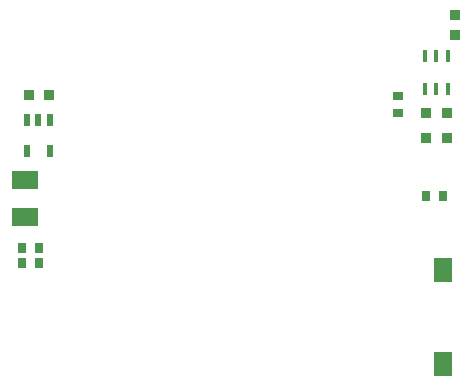
<source format=gtp>
G04*
G04 #@! TF.GenerationSoftware,Altium Limited,Altium Designer,21.5.1 (32)*
G04*
G04 Layer_Color=8421504*
%FSLAX25Y25*%
%MOIN*%
G70*
G04*
G04 #@! TF.SameCoordinates,038A9873-0345-4B3A-900E-8F7FEBA65CAA*
G04*
G04*
G04 #@! TF.FilePolarity,Positive*
G04*
G01*
G75*
%ADD15R,0.05906X0.07874*%
%ADD16R,0.03150X0.03347*%
%ADD17R,0.03800X0.03500*%
%ADD18R,0.03500X0.03800*%
%ADD19R,0.01772X0.03937*%
%ADD20R,0.03347X0.03150*%
%ADD21R,0.09055X0.06299*%
%ADD22R,0.02165X0.03937*%
D15*
X147100Y43600D02*
D03*
X147178Y12369D02*
D03*
D16*
X12374Y50952D02*
D03*
X6625D02*
D03*
X141426Y68300D02*
D03*
X147174D02*
D03*
X6601Y45960D02*
D03*
X12349D02*
D03*
D17*
X141500Y87700D02*
D03*
X148400D02*
D03*
X141500Y96100D02*
D03*
X148400D02*
D03*
X9000Y102000D02*
D03*
X15900D02*
D03*
D18*
X151100Y121900D02*
D03*
Y128800D02*
D03*
D19*
X148640Y114900D02*
D03*
X144900Y114900D02*
D03*
X141160D02*
D03*
X141160Y103900D02*
D03*
X144900D02*
D03*
X148640D02*
D03*
D20*
X132100Y96100D02*
D03*
Y101848D02*
D03*
D21*
X7700Y73702D02*
D03*
Y61498D02*
D03*
D22*
X15940Y93600D02*
D03*
X12200D02*
D03*
X8460D02*
D03*
Y83364D02*
D03*
X15940D02*
D03*
M02*

</source>
